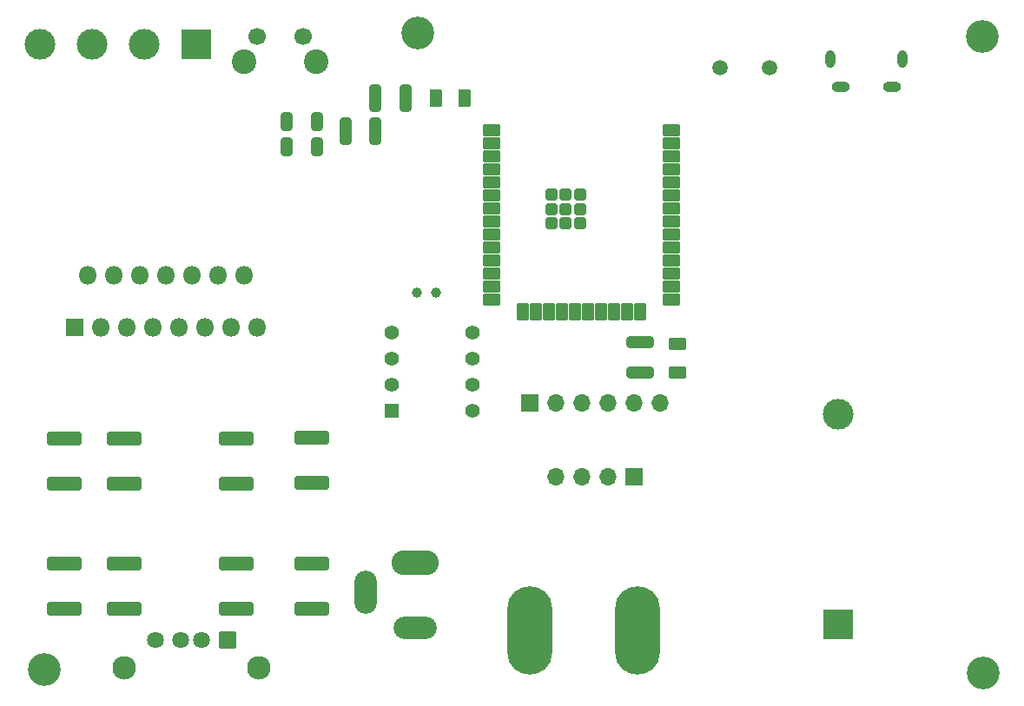
<source format=gbr>
%TF.GenerationSoftware,KiCad,Pcbnew,7.0.7*%
%TF.CreationDate,2023-11-07T23:05:13-03:00*%
%TF.ProjectId,robot seg,726f626f-7420-4736-9567-2e6b69636164,rev?*%
%TF.SameCoordinates,Original*%
%TF.FileFunction,Soldermask,Top*%
%TF.FilePolarity,Negative*%
%FSLAX46Y46*%
G04 Gerber Fmt 4.6, Leading zero omitted, Abs format (unit mm)*
G04 Created by KiCad (PCBNEW 7.0.7) date 2023-11-07 23:05:13*
%MOMM*%
%LPD*%
G01*
G04 APERTURE LIST*
G04 Aperture macros list*
%AMRoundRect*
0 Rectangle with rounded corners*
0 $1 Rounding radius*
0 $2 $3 $4 $5 $6 $7 $8 $9 X,Y pos of 4 corners*
0 Add a 4 corners polygon primitive as box body*
4,1,4,$2,$3,$4,$5,$6,$7,$8,$9,$2,$3,0*
0 Add four circle primitives for the rounded corners*
1,1,$1+$1,$2,$3*
1,1,$1+$1,$4,$5*
1,1,$1+$1,$6,$7*
1,1,$1+$1,$8,$9*
0 Add four rect primitives between the rounded corners*
20,1,$1+$1,$2,$3,$4,$5,0*
20,1,$1+$1,$4,$5,$6,$7,0*
20,1,$1+$1,$6,$7,$8,$9,0*
20,1,$1+$1,$8,$9,$2,$3,0*%
G04 Aperture macros list end*
%ADD10RoundRect,0.250000X-0.625000X0.375000X-0.625000X-0.375000X0.625000X-0.375000X0.625000X0.375000X0*%
%ADD11R,1.700000X1.700000*%
%ADD12O,1.700000X1.700000*%
%ADD13R,3.000000X3.000000*%
%ADD14C,3.000000*%
%ADD15C,3.200000*%
%ADD16RoundRect,0.250000X1.450000X-0.400000X1.450000X0.400000X-1.450000X0.400000X-1.450000X-0.400000X0*%
%ADD17RoundRect,0.250000X-0.312500X-1.075000X0.312500X-1.075000X0.312500X1.075000X-0.312500X1.075000X0*%
%ADD18RoundRect,0.250000X0.375000X0.625000X-0.375000X0.625000X-0.375000X-0.625000X0.375000X-0.625000X0*%
%ADD19RoundRect,0.250000X-0.325000X-0.650000X0.325000X-0.650000X0.325000X0.650000X-0.325000X0.650000X0*%
%ADD20RoundRect,0.102000X-0.750000X-0.450000X0.750000X-0.450000X0.750000X0.450000X-0.750000X0.450000X0*%
%ADD21RoundRect,0.102000X0.450000X-0.750000X0.450000X0.750000X-0.450000X0.750000X-0.450000X-0.750000X0*%
%ADD22RoundRect,0.102000X0.750000X0.450000X-0.750000X0.450000X-0.750000X-0.450000X0.750000X-0.450000X0*%
%ADD23RoundRect,0.102000X-0.450000X-0.450000X0.450000X-0.450000X0.450000X0.450000X-0.450000X0.450000X0*%
%ADD24C,1.500000*%
%ADD25R,1.800000X1.800000*%
%ADD26O,1.800000X1.800000*%
%ADD27C,2.400000*%
%ADD28C,1.700000*%
%ADD29RoundRect,0.250000X-1.075000X0.312500X-1.075000X-0.312500X1.075000X-0.312500X1.075000X0.312500X0*%
%ADD30O,1.804000X1.004000*%
%ADD31O,0.954000X1.704000*%
%ADD32O,4.604000X2.404000*%
%ADD33O,4.204000X2.204000*%
%ADD34O,2.204000X4.204000*%
%ADD35RoundRect,0.102000X-0.605000X-0.605000X0.605000X-0.605000X0.605000X0.605000X-0.605000X0.605000X0*%
%ADD36C,1.414000*%
%ADD37C,2.300000*%
%ADD38RoundRect,0.102000X0.714000X0.714000X-0.714000X0.714000X-0.714000X-0.714000X0.714000X-0.714000X0*%
%ADD39C,1.632000*%
%ADD40O,4.404000X8.604000*%
%ADD41C,1.000000*%
G04 APERTURE END LIST*
D10*
%TO.C,D1*%
X173456600Y-88973200D03*
X173456600Y-91773200D03*
%TD*%
D11*
%TO.C,J4*%
X159080200Y-94742000D03*
D12*
X161620200Y-94742000D03*
X164160200Y-94742000D03*
X166700200Y-94742000D03*
X169240200Y-94742000D03*
X171780200Y-94742000D03*
%TD*%
D13*
%TO.C,BT1*%
X189128400Y-116318001D03*
D14*
X189128400Y-95828001D03*
%TD*%
D15*
%TO.C,H3*%
X203200000Y-59029600D03*
%TD*%
%TO.C,H4*%
X203301600Y-121056400D03*
%TD*%
D16*
%TO.C,D9*%
X119532400Y-102641400D03*
X119532400Y-98191400D03*
%TD*%
D17*
%TO.C,R5*%
X144028700Y-65024000D03*
X146953700Y-65024000D03*
%TD*%
D18*
%TO.C,D10*%
X152758600Y-65024000D03*
X149958600Y-65024000D03*
%TD*%
D19*
%TO.C,C6*%
X135353000Y-69773800D03*
X138303000Y-69773800D03*
%TD*%
D20*
%TO.C,U1*%
X155332400Y-68127400D03*
X155332400Y-69397400D03*
X155332400Y-70667400D03*
X155332400Y-71937400D03*
X155332400Y-73207400D03*
X155332400Y-74477400D03*
X155332400Y-75747400D03*
X155332400Y-77017400D03*
X155332400Y-78287400D03*
X155332400Y-79557400D03*
X155332400Y-80827400D03*
X155332400Y-82097400D03*
X155332400Y-83367400D03*
X155332400Y-84637400D03*
D21*
X158367400Y-85887400D03*
X159637400Y-85887400D03*
X160907400Y-85887400D03*
X162177400Y-85887400D03*
X163447400Y-85887400D03*
X164717400Y-85887400D03*
X165987400Y-85887400D03*
X167257400Y-85887400D03*
X168527400Y-85887400D03*
X169797400Y-85887400D03*
D22*
X172832400Y-84637400D03*
X172832400Y-83367400D03*
X172832400Y-82097400D03*
X172832400Y-80827400D03*
X172832400Y-79557400D03*
X172832400Y-78287400D03*
X172832400Y-77017400D03*
X172832400Y-75747400D03*
X172832400Y-74477400D03*
X172832400Y-73207400D03*
X172832400Y-71937400D03*
X172832400Y-70667400D03*
X172832400Y-69397400D03*
X172832400Y-68127400D03*
D23*
X161182400Y-74447400D03*
X162582400Y-74447400D03*
X163982400Y-74447400D03*
X161182400Y-75847400D03*
X162582400Y-75847400D03*
X163982400Y-75847400D03*
X161182400Y-77247400D03*
X162582400Y-77247400D03*
X163982400Y-77247400D03*
%TD*%
D16*
%TO.C,D5*%
X130449400Y-102636400D03*
X130449400Y-98186400D03*
%TD*%
D24*
%TO.C,Y1*%
X177593600Y-62052200D03*
X182473600Y-62052200D03*
%TD*%
D16*
%TO.C,D8*%
X119527400Y-114833400D03*
X119527400Y-110383400D03*
%TD*%
D17*
%TO.C,R3*%
X141107700Y-68224400D03*
X144032700Y-68224400D03*
%TD*%
D15*
%TO.C,H1*%
X148158200Y-58699400D03*
%TD*%
D25*
%TO.C,U3*%
X114706400Y-87401400D03*
D26*
X115976400Y-82321400D03*
X117246400Y-87401400D03*
X118516400Y-82321400D03*
X119786400Y-87401400D03*
X121056400Y-82321400D03*
X122326400Y-87401400D03*
X123596400Y-82321400D03*
X124866400Y-87401400D03*
X126136400Y-82321400D03*
X127406400Y-87401400D03*
X128676400Y-82321400D03*
X129946400Y-87401400D03*
X131216400Y-82321400D03*
X132486400Y-87401400D03*
%TD*%
D16*
%TO.C,D7*%
X113690400Y-102641400D03*
X113690400Y-98191400D03*
%TD*%
%TO.C,D6*%
X113685400Y-114833400D03*
X113685400Y-110383400D03*
%TD*%
%TO.C,D3*%
X137820400Y-102575400D03*
X137820400Y-98125400D03*
%TD*%
%TO.C,D4*%
X130454400Y-114828400D03*
X130454400Y-110378400D03*
%TD*%
D27*
%TO.C,SWJ1*%
X131221599Y-61487000D03*
X138221599Y-61487000D03*
D28*
X132471599Y-58987000D03*
X136971599Y-58987000D03*
%TD*%
D13*
%TO.C,J2*%
X126542800Y-59740800D03*
D14*
X121462800Y-59740800D03*
X116382800Y-59740800D03*
X111302800Y-59740800D03*
%TD*%
D16*
%TO.C,D2*%
X137820400Y-114828400D03*
X137820400Y-110378400D03*
%TD*%
D11*
%TO.C,J5*%
X169189400Y-101904800D03*
D12*
X166649400Y-101904800D03*
X164109400Y-101904800D03*
X161569400Y-101904800D03*
%TD*%
D19*
%TO.C,C5*%
X135353000Y-67335400D03*
X138303000Y-67335400D03*
%TD*%
D29*
%TO.C,R4*%
X169799000Y-88849200D03*
X169799000Y-91774200D03*
%TD*%
D15*
%TO.C,H2*%
X111709200Y-120777000D03*
%TD*%
D30*
%TO.C,J1*%
X189360800Y-63957200D03*
X194360800Y-63957200D03*
D31*
X188335800Y-61257200D03*
X195385800Y-61257200D03*
%TD*%
D32*
%TO.C,J3*%
X147853400Y-110337600D03*
D33*
X147853400Y-116637600D03*
D34*
X143053400Y-113237600D03*
%TD*%
D35*
%TO.C,U4*%
X145585200Y-95478600D03*
D36*
X145585200Y-92938600D03*
X145585200Y-90398600D03*
X145585200Y-87858600D03*
X153525200Y-87858600D03*
X153525200Y-90398600D03*
X153525200Y-92938600D03*
X153525200Y-95478600D03*
%TD*%
D37*
%TO.C,P1*%
X132646200Y-120566000D03*
X119506200Y-120566000D03*
D38*
X129576200Y-117856000D03*
D39*
X127076200Y-117856000D03*
X125076200Y-117856000D03*
X122576200Y-117856000D03*
%TD*%
D40*
%TO.C,S1*%
X159054300Y-116967000D03*
X169554300Y-116967000D03*
%TD*%
D41*
%TO.C,Y2*%
X148031200Y-84023200D03*
X149931200Y-84023200D03*
%TD*%
M02*

</source>
